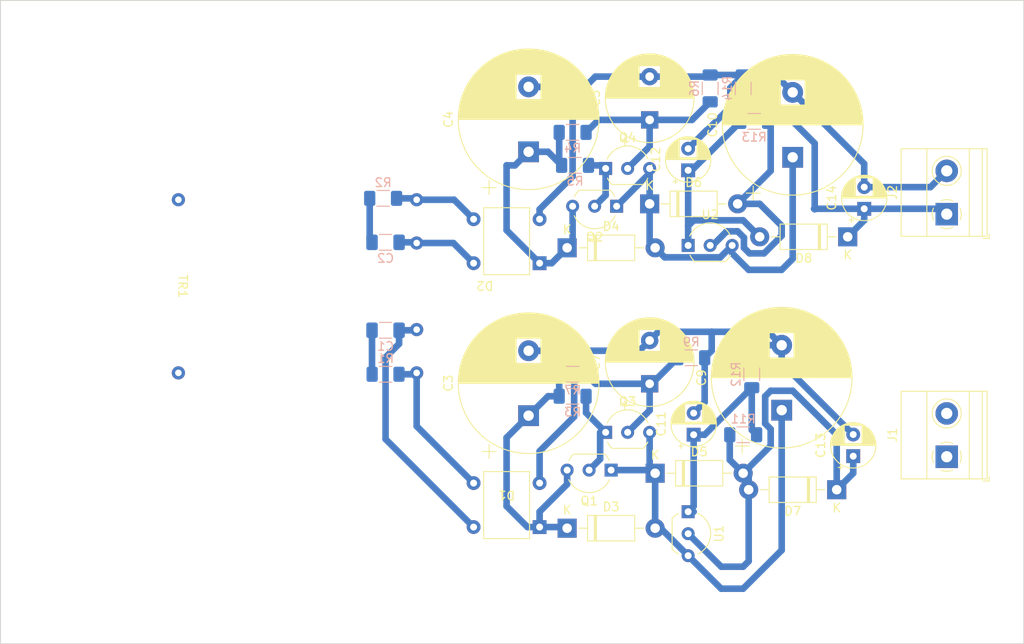
<source format=kicad_pcb>
(kicad_pcb (version 20211014) (generator pcbnew)
  (layers (0 "F.Cu" signal) (31 "B.Cu" signal) (34 "B.Paste" user) (35 "F.Paste" user) (36 "B.SilkS" user "B.Silkscreen") (37 "F.SilkS" user "F.Silkscreen") (38 "B.Mask" user) (39 "F.Mask" user) (44 "Edge.Cuts" user))
  (net 0 "")
  (net 1 "Net-(C1-Pad1)")
  (net 2 "Net-(C1-Pad2)")
  (net 3 "Net-(C2-Pad1)")
  (net 4 "Net-(C2-Pad2)")
  (net 5 "Net-(C3-Pad1)")
  (net 6 "Net-(C11-Pad2)")
  (net 7 "Net-(C4-Pad1)")
  (net 8 "Net-(C10-Pad2)")
  (net 9 "Net-(C5-Pad1)")
  (net 10 "Net-(C7-Pad1)")
  (net 11 "Net-(C9-Pad1)")
  (net 12 "Net-(C10-Pad1)")
  (net 13 "Net-(C11-Pad1)")
  (net 14 "Net-(C12-Pad1)")
  (net 15 "Net-(C13-Pad1)")
  (net 16 "Net-(C14-Pad1)")
  (net 17 "Net-(D1-Pad3)")
  (net 18 "Net-(D2-Pad3)")
  (net 19 "Net-(Q1-Pad2)")
  (net 20 "Net-(Q2-Pad2)")
  (footprint "Diode_THT:D_DO-41_SOD81_P10.16mm_Horizontal" (layer "F.Cu") (at 133.35 94.615 180)
    (fp_text reference "D7" (at 5.08 -2.47) (layer "F.SilkS"))
    (fp_text value "1N4004")
    (fp_text user "K" (at 0 -2.1) (layer "F.SilkS"))
    (pad "1" thru_hole rect (at 0 0 180) (size 2.2 2.2) (drill 1.1) (layers *.Cu *.Mask) (net 15 "Net-(C13-Pad1)"))
    (pad "2" thru_hole oval (at 10.16 0 180) (size 2.2 2.2) (drill 1.1) (layers *.Cu *.Mask) (net 13 "Net-(C11-Pad1)"))
  )
  (footprint "Capacitor_THT:CP_Radial_D10.0mm_P5.00mm" (layer "F.Cu") (at 111.76 51.897677 90)
    (fp_text reference "C5" (at 2.5 -6.25 90) (layer "F.SilkS"))
    (fp_text value "1000µ")
    (pad "1" thru_hole rect (at 0 0 90) (size 2 2) (drill 1) (layers *.Cu *.Mask) (net 9 "Net-(C5-Pad1)"))
    (pad "2" thru_hole circle (at 5 0 90) (size 2 2) (drill 1) (layers *.Cu *.Mask) (net 8 "Net-(C10-Pad2)"))
  )
  (footprint "TerminalBlock_Phoenix:TerminalBlock_Phoenix_MKDS-1,5-2_1x02_P5.00mm_Horizontal" (layer "F.Cu") (at 146.05 62.785 90)
    (fp_text reference "J2" (at 2.5 -6.26 90) (layer "F.SilkS"))
    (fp_text value "Screw_Terminal_01x02")
    (pad "1" thru_hole rect (at 0 0 90) (size 2.6 2.6) (drill 1.3) (layers *.Cu *.Mask) (net 16 "Net-(C14-Pad1)"))
    (pad "2" thru_hole circle (at 5 0 90) (size 2.6 2.6) (drill 1.3) (layers *.Cu *.Mask) (net 8 "Net-(C10-Pad2)"))
  )
  (footprint "Capacitor_THT:CP_Radial_D16.0mm_P7.50mm" (layer "F.Cu") (at 97.79 86.062755 90)
    (fp_text reference "C3" (at 3.75 -9.25 90) (layer "F.SilkS"))
    (fp_text value "2200µ")
    (pad "1" thru_hole rect (at 0 0 90) (size 2.4 2.4) (drill 1.2) (layers *.Cu *.Mask) (net 5 "Net-(C3-Pad1)"))
    (pad "2" thru_hole circle (at 7.5 0 90) (size 2.4 2.4) (drill 1.2) (layers *.Cu *.Mask) (net 6 "Net-(C11-Pad2)"))
  )
  (footprint "Package_TO_SOT_THT:TO-92_Inline_Wide" (layer "F.Cu") (at 106.68 57.51)
    (fp_text reference "Q4" (at 2.54 -3.56) (layer "F.SilkS"))
    (fp_text value "BC547")
    (pad "1" thru_hole rect (at 0 0) (size 1.5 1.5) (drill 0.8) (layers *.Cu *.Mask) (net 20 "Net-(Q2-Pad2)"))
    (pad "2" thru_hole circle (at 2.54 0) (size 1.5 1.5) (drill 0.8) (layers *.Cu *.Mask) (net 9 "Net-(C5-Pad1)"))
    (pad "3" thru_hole circle (at 5.08 0) (size 1.5 1.5) (drill 0.8) (layers *.Cu *.Mask) (net 12 "Net-(C10-Pad1)"))
  )
  (footprint "Capacitor_THT:CP_Radial_D5.0mm_P2.50mm" (layer "F.Cu") (at 135.255 90.740113 90)
    (fp_text reference "C13" (at 1.25 -3.75 90) (layer "F.SilkS"))
    (fp_text value "1µ")
    (pad "1" thru_hole rect (at 0 0 90) (size 1.6 1.6) (drill 0.8) (layers *.Cu *.Mask) (net 15 "Net-(C13-Pad1)"))
    (pad "2" thru_hole circle (at 2.5 0 90) (size 1.6 1.6) (drill 0.8) (layers *.Cu *.Mask) (net 6 "Net-(C11-Pad2)"))
  )
  (footprint "Package_TO_SOT_THT:TO-92_Inline_Wide" (layer "F.Cu") (at 107.315 92.35 180)
    (fp_text reference "Q1" (at 2.54 -3.56) (layer "F.SilkS"))
    (fp_text value "BC557")
    (pad "1" thru_hole rect (at 0 0 180) (size 1.5 1.5) (drill 0.8) (layers *.Cu *.Mask) (net 11 "Net-(C9-Pad1)"))
    (pad "2" thru_hole circle (at 2.54 0 180) (size 1.5 1.5) (drill 0.8) (layers *.Cu *.Mask) (net 19 "Net-(Q1-Pad2)"))
    (pad "3" thru_hole circle (at 5.08 0 180) (size 1.5 1.5) (drill 0.8) (layers *.Cu *.Mask) (net 5 "Net-(C3-Pad1)"))
  )
  (footprint "Package_TO_SOT_THT:TO-92_Inline_Wide" (layer "F.Cu") (at 116.205 66.4)
    (fp_text reference "U2" (at 2.54 -3.56) (layer "F.SilkS"))
    (fp_text value "LM317L")
    (pad "1" thru_hole rect (at 0 0) (size 1.5 1.5) (drill 0.8) (layers *.Cu *.Mask) (net 14 "Net-(C12-Pad1)"))
    (pad "2" thru_hole circle (at 2.54 0) (size 1.5 1.5) (drill 0.8) (layers *.Cu *.Mask) (net 16 "Net-(C14-Pad1)"))
    (pad "3" thru_hole circle (at 5.08 0) (size 1.5 1.5) (drill 0.8) (layers *.Cu *.Mask) (net 12 "Net-(C10-Pad1)"))
  )
  (footprint "Capacitor_THT:CP_Radial_D5.0mm_P2.50mm" (layer "F.Cu") (at 136.525 62.165113 90)
    (fp_text reference "C14" (at 1.25 -3.75 90) (layer "F.SilkS"))
    (fp_text value "1µ")
    (pad "1" thru_hole rect (at 0 0 90) (size 1.6 1.6) (drill 0.8) (layers *.Cu *.Mask) (net 16 "Net-(C14-Pad1)"))
    (pad "2" thru_hole circle (at 2.5 0 90) (size 1.6 1.6) (drill 0.8) (layers *.Cu *.Mask) (net 8 "Net-(C10-Pad2)"))
  )
  (footprint "Package_TO_SOT_THT:TO-92_Inline_Wide" (layer "F.Cu") (at 107.95 61.87 180)
    (fp_text reference "Q2" (at 2.54 -3.56) (layer "F.SilkS"))
    (fp_text value "BC557")
    (pad "1" thru_hole rect (at 0 0 180) (size 1.5 1.5) (drill 0.8) (layers *.Cu *.Mask) (net 12 "Net-(C10-Pad1)"))
    (pad "2" thru_hole circle (at 2.54 0 180) (size 1.5 1.5) (drill 0.8) (layers *.Cu *.Mask) (net 20 "Net-(Q2-Pad2)"))
    (pad "3" thru_hole circle (at 5.08 0 180) (size 1.5 1.5) (drill 0.8) (layers *.Cu *.Mask) (net 7 "Net-(C4-Pad1)"))
  )
  (footprint "Capacitor_THT:CP_Radial_D16.0mm_P7.50mm" (layer "F.Cu") (at 97.79 55.582755 90)
    (fp_text reference "C4" (at 3.75 -9.25 90) (layer "F.SilkS"))
    (fp_text value "2200µ")
    (pad "1" thru_hole rect (at 0 0 90) (size 2.4 2.4) (drill 1.2) (layers *.Cu *.Mask) (net 7 "Net-(C4-Pad1)"))
    (pad "2" thru_hole circle (at 7.5 0 90) (size 2.4 2.4) (drill 1.2) (layers *.Cu *.Mask) (net 8 "Net-(C10-Pad2)"))
  )
  (footprint "Capacitor_THT:CP_Radial_D5.0mm_P2.50mm" (layer "F.Cu") (at 116.205 57.720113 90)
    (fp_text reference "C12" (at 1.25 -3.75 90) (layer "F.SilkS"))
    (fp_text value "10µ")
    (pad "1" thru_hole rect (at 0 0 90) (size 1.6 1.6) (drill 0.8) (layers *.Cu *.Mask) (net 14 "Net-(C12-Pad1)"))
    (pad "2" thru_hole circle (at 2.5 0 90) (size 1.6 1.6) (drill 0.8) (layers *.Cu *.Mask) (net 8 "Net-(C10-Pad2)"))
  )
  (footprint "Diode_THT:D_DO-41_SOD81_P10.16mm_Horizontal" (layer "F.Cu") (at 134.62 65.405 180)
    (fp_text reference "D8" (at 5.08 -2.47) (layer "F.SilkS"))
    (fp_text value "1N4004")
    (fp_text user "K" (at 0 -2.1) (layer "F.SilkS"))
    (pad "1" thru_hole rect (at 0 0 180) (size 2.2 2.2) (drill 1.1) (layers *.Cu *.Mask) (net 16 "Net-(C14-Pad1)"))
    (pad "2" thru_hole oval (at 10.16 0 180) (size 2.2 2.2) (drill 1.1) (layers *.Cu *.Mask) (net 14 "Net-(C12-Pad1)"))
  )
  (footprint "MyFootPrints:DBL_4" (layer "F.Cu") (at 95.25 96.52 180)
    (fp_text reference "D1" (at 0 1.27 180 unlocked) (layer "F.SilkS"))
    (fp_text value "DBL154G")
    (pad "1" thru_hole rect (at -3.81 -2.41 180) (size 1.6 1.6) (drill 0.8) (layers *.Mask "F.Cu" "In1.Cu" "B.Cu") (net 5 "Net-(C3-Pad1)"))
    (pad "2" thru_hole oval (at -3.81 2.67 180) (size 1.6 1.6) (drill 0.8) (layers *.Cu *.Mask) (net 6 "Net-(C11-Pad2)"))
    (pad "3" thru_hole oval (at 3.81 2.67 180) (size 1.6 1.6) (drill 0.8) (layers *.Cu *.Mask) (net 17 "Net-(D1-Pad3)"))
    (pad "4" thru_hole oval (at 3.81 -2.41 180) (size 1.6 1.6) (drill 0.8) (layers *.Cu *.Mask) (net 2 "Net-(C1-Pad2)"))
  )
  (footprint "Capacitor_THT:CP_Radial_D16.0mm_P7.50mm" (layer "F.Cu") (at 127 85.427755 90)
    (fp_text reference "C9" (at 3.75 -9.25 90) (layer "F.SilkS"))
    (fp_text value "2200µ")
    (pad "1" thru_hole rect (at 0 0 90) (size 2.4 2.4) (drill 1.2) (layers *.Cu *.Mask) (net 11 "Net-(C9-Pad1)"))
    (pad "2" thru_hole circle (at 7.5 0 90) (size 2.4 2.4) (drill 1.2) (layers *.Cu *.Mask) (net 6 "Net-(C11-Pad2)"))
  )
  (footprint "Capacitor_THT:CP_Radial_D5.0mm_P2.50mm" (layer "F.Cu") (at 116.84 88.265 90)
    (fp_text reference "C11" (at 1.25 -3.75 90) (layer "F.SilkS"))
    (fp_text value "10µ")
    (pad "1" thru_hole rect (at 0 0 90) (size 1.6 1.6) (drill 0.8) (layers *.Cu *.Mask) (net 13 "Net-(C11-Pad1)"))
    (pad "2" thru_hole circle (at 2.5 0 90) (size 1.6 1.6) (drill 0.8) (layers *.Cu *.Mask) (net 6 "Net-(C11-Pad2)"))
  )
  (footprint "Capacitor_THT:CP_Radial_D10.0mm_P5.00mm" (layer "F.Cu") (at 111.76 82.377677 90)
    (fp_text reference "C7" (at 2.5 -6.25 90) (layer "F.SilkS"))
    (fp_text value "1000µ")
    (pad "1" thru_hole rect (at 0 0 90) (size 2 2) (drill 1) (layers *.Cu *.Mask) (net 10 "Net-(C7-Pad1)"))
    (pad "2" thru_hole circle (at 5 0 90) (size 2 2) (drill 1) (layers *.Cu *.Mask) (net 6 "Net-(C11-Pad2)"))
  )
  (footprint "MyFootPrints:387.24_3.6VA" (layer "F.Cu") (at 71.12 71.12 -90)
    (fp_text reference "TR1" (at 0 13.25 -90 unlocked) (layer "F.SilkS"))
    (fp_text value "Gerth_387.24")
    (pad "1" thru_hole circle (at -10 13.75 270) (size 1.524 1.524) (drill 0.762) (layers *.Cu *.Mask))
    (pad "5" thru_hole circle (at 10 13.75 270) (size 1.524 1.524) (drill 0.762) (layers *.Cu *.Mask))
    (pad "6" thru_hole circle (at 10 -13.75 270) (size 1.524 1.524) (drill 0.762) (layers *.Cu *.Mask) (net 17 "Net-(D1-Pad3)"))
    (pad "7" thru_hole circle (at 5 -13.75 270) (size 1.524 1.524) (drill 0.762) (layers *.Cu *.Mask) (net 2 "Net-(C1-Pad2)"))
    (pad "9" thru_hole circle (at -5 -13.75 270) (size 1.524 1.524) (drill 0.762) (layers *.Cu *.Mask) (net 4 "Net-(C2-Pad2)"))
    (pad "10" thru_hole circle (at -10 -13.75 270) (size 1.524 1.524) (drill 0.762) (layers *.Cu *.Mask) (net 18 "Net-(D2-Pad3)"))
  )
  (footprint "Diode_THT:D_DO-41_SOD81_P10.16mm_Horizontal" (layer "F.Cu") (at 102.235 99.06)
    (fp_text reference "D3" (at 5.08 -2.47) (layer "F.SilkS"))
    (fp_text value "1N4004")
    (fp_text user "K" (at 0 -2.1) (layer "F.SilkS"))
    (pad "1" thru_hole rect (at 0 0) (size 2.2 2.2) (drill 1.1) (layers *.Cu *.Mask) (net 5 "Net-(C3-Pad1)"))
    (pad "2" thru_hole oval (at 10.16 0) (size 2.2 2.2) (drill 1.1) (layers *.Cu *.Mask) (net 11 "Net-(C9-Pad1)"))
  )
  (footprint "Capacitor_THT:CP_Radial_D16.0mm_P7.50mm" (layer "F.Cu") (at 128.27 56.217755 90)
    (fp_text reference "C10" (at 3.75 -9.25 90) (layer "F.SilkS"))
    (fp_text value "2200µ")
    (pad "1" thru_hole rect (at 0 0 90) (size 2.4 2.4) (drill 1.2) (layers *.Cu *.Mask) (net 12 "Net-(C10-Pad1)"))
    (pad "2" thru_hole circle (at 7.5 0 90) (size 2.4 2.4) (drill 1.2) (layers *.Cu *.Mask) (net 8 "Net-(C10-Pad2)"))
  )
  (footprint "Package_TO_SOT_THT:TO-92_Inline_Wide" (layer "F.Cu") (at 116.205 97.155 -90)
    (fp_text reference "U1" (at 2.54 -3.56 90) (layer "F.SilkS"))
    (fp_text value "LM317L")
    (pad "1" thru_hole rect (at 0 0 270) (size 1.5 1.5) (drill 0.8) (layers *.Cu *.Mask) (net 13 "Net-(C11-Pad1)"))
    (pad "2" thru_hole circle (at 2.54 0 270) (size 1.5 1.5) (drill 0.8) (layers *.Cu *.Mask) (net 15 "Net-(C13-Pad1)"))
    (pad "3" thru_hole circle (at 5.08 0 270) (size 1.5 1.5) (drill 0.8) (layers *.Cu *.Mask) (net 11 "Net-(C9-Pad1)"))
  )
  (footprint "Diode_THT:D_DO-41_SOD81_P10.16mm_Horizontal" (layer "F.Cu") (at 112.395 92.71)
    (fp_text reference "D5" (at 5.08 -2.47) (layer "F.SilkS"))
    (fp_text value "1N4004")
    (fp_text user "K" (at 0 -2.1) (layer "F.SilkS"))
    (pad "1" thru_hole rect (at 0 0) (size 2.2 2.2) (drill 1.1) (layers *.Cu *.Mask) (net 11 "Net-(C9-Pad1)"))
    (pad "2" thru_hole oval (at 10.16 0) (size 2.2 2.2) (drill 1.1) (layers *.Cu *.Mask) (net 15 "Net-(C13-Pad1)"))
  )
  (footprint "MyFootPrints:DBL_4" (layer "F.Cu") (at 95.25 66.04 180)
    (fp_text reference "D2" (at 2.5 -5 180 unlocked) (layer "F.SilkS"))
    (fp_text value "DBL154G")
    (pad "1" thru_hole rect (at -3.81 -2.41 180) (size 1.6 1.6) (drill 0.8) (layers *.Mask "F.Cu" "In1.Cu" "B.Cu") (net 7 "Net-(C4-Pad1)"))
    (pad "2" thru_hole oval (at -3.81 2.67 180) (size 1.6 1.6) (drill 0.8) (layers *.Cu *.Mask) (net 8 "Net-(C10-Pad2)"))
    (pad "3" thru_hole oval (at 3.81 2.67 180) (size 1.6 1.6) (drill 0.8) (layers *.Cu *.Mask) (net 18 "Net-(D2-Pad3)"))
    (pad "4" thru_hole oval (at 3.81 -2.41 180) (size 1.6 1.6) (drill 0.8) (layers *.Cu *.Mask) (net 4 "Net-(C2-Pad2)"))
  )
  (footprint "Package_TO_SOT_THT:TO-92_Inline_Wide" (layer "F.Cu") (at 106.68 87.99)
    (fp_text reference "Q3" (at 2.54 -3.56) (layer "F.SilkS"))
    (fp_text value "BC547")
    (pad "1" thru_hole rect (at 0 0) (size 1.5 1.5) (drill 0.8) (layers *.Cu *.Mask) (net 19 "Net-(Q1-Pad2)"))
    (pad "2" thru_hole circle (at 2.54 0) (size 1.5 1.5) (drill 0.8) (layers *.Cu *.Mask) (net 10 "Net-(C7-Pad1)"))
    (pad "3" thru_hole circle (at 5.08 0) (size 1.5 1.5) (drill 0.8) (layers *.Cu *.Mask) (net 11 "Net-(C9-Pad1)"))
  )
  (footprint "Diode_THT:D_DO-41_SOD81_P10.16mm_Horizontal" (layer "F.Cu") (at 111.76 61.595)
    (fp_text reference "D6" (at 5.08 -2.47) (layer "F.SilkS"))
    (fp_text value "1N4004")
    (fp_text user "K" (at 0 -2.1) (layer "F.SilkS"))
    (pad "1" thru_hole rect (at 0 0) (size 2.2 2.2) (drill 1.1) (layers *.Cu *.Mask) (net 12 "Net-(C10-Pad1)"))
    (pad "2" thru_hole oval (at 10.16 0) (size 2.2 2.2) (drill 1.1) (layers *.Cu *.Mask) (net 16 "Net-(C14-Pad1)"))
  )
  (footprint "TerminalBlock_Phoenix:TerminalBlock_Phoenix_MKDS-1,5-2_1x02_P5.00mm_Horizontal" (layer "F.Cu") (at 146.05 90.805 90)
    (fp_text reference "J1" (at 2.5 -6.26 90) (layer "F.SilkS"))
    (fp_text value "Screw_Terminal_01x02")
    (pad "1" thru_hole rect (at 0 0 90) (size 2.6 2.6) (drill 1.3) (layers *.Cu *.Mask) (net 15 "Net-(C13-Pad1)"))
    (pad "2" thru_hole circle (at 5 0 90) (size 2.6 2.6) (drill 1.3) (layers *.Cu *.Mask) (net 6 "Net-(C11-Pad2)"))
  )
  (footprint "Diode_THT:D_DO-41_SOD81_P10.16mm_Horizontal" (layer "F.Cu") (at 102.235 66.675)
    (fp_text reference "D4" (at 5.08 -2.47) (layer "F.SilkS"))
    (fp_text value "1N4004")
    (fp_text user "K" (at 0 -2.1) (layer "F.SilkS"))
    (pad "1" thru_hole rect (at 0 0) (size 2.2 2.2) (drill 1.1) (layers *.Cu *.Mask) (net 7 "Net-(C4-Pad1)"))
    (pad "2" thru_hole oval (at 10.16 0) (size 2.2 2.2) (drill 1.1) (layers *.Cu *.Mask) (net 12 "Net-(C10-Pad1)"))
  )
  (footprint "Resistor_SMD:R_1206_3216Metric_Pad1.30x1.75mm_HandSolder" (layer "B.Cu") (at 118.745 48.26 -90)
    (fp_text reference "R6" (at 0 1.82 -270) (layer "B.SilkS") (effects (justify mirror)))
    (fp_text value "39k")
    (pad "1" smd roundrect (at -1.55 0 270) (size 1.3 1.75) (layers "B.Cu" "B.Paste" "B.Mask") (roundrect_rratio 0.192308) (net 8 "Net-(C10-Pad2)"))
    (pad "2" smd roundrect (at 1.55 0 270) (size 1.3 1.75) (layers "B.Cu" "B.Paste" "B.Mask") (roundrect_rratio 0.192308) (net 9 "Net-(C5-Pad1)"))
  )
  (footprint "Resistor_SMD:R_1206_3216Metric_Pad1.30x1.75mm_HandSolder" (layer "B.Cu") (at 102.87 53.34)
    (fp_text reference "R4" (at 0 1.82) (layer "B.SilkS") (effects (justify mirror)))
    (fp_text value "10k")
    (pad "1" smd roundrect (at -1.55 0) (size 1.3 1.75) (layers "B.Cu" "B.Paste" "B.Mask") (roundrect_rratio 0.192308) (net 7 "Net-(C4-Pad1)"))
    (pad "2" smd roundrect (at 1.55 0) (size 1.3 1.75) (layers "B.Cu" "B.Paste" "B.Mask") (roundrect_rratio 0.192308) (net 9 "Net-(C5-Pad1)"))
  )
  (footprint "Capacitor_SMD:C_1206_3216Metric_Pad1.33x1.80mm_HandSolder" (layer "B.Cu") (at 81.28 66.04)
    (fp_text reference "C2" (at 0 1.85) (layer "B.SilkS") (effects (justify mirror)))
    (fp_text value "0.1µ")
    (pad "1" smd roundrect (at -1.5625 0) (size 1.325 1.8) (layers "B.Cu" "B.Paste" "B.Mask") (roundrect_rratio 0.188679) (net 3 "Net-(C2-Pad1)"))
    (pad "2" smd roundrect (at 1.5625 0) (size 1.325 1.8) (layers "B.Cu" "B.Paste" "B.Mask") (roundrect_rratio 0.188679) (net 4 "Net-(C2-Pad2)"))
  )
  (footprint "Resistor_SMD:R_1206_3216Metric_Pad1.30x1.75mm_HandSolder" (layer "B.Cu") (at 123.545 81.28 -90)
    (fp_text reference "R12" (at 0 1.82 90) (layer "B.SilkS") (effects (justify mirror)))
    (fp_text value "33k")
    (pad "1" smd roundrect (at -1.55 0 270) (size 1.3 1.75) (layers "B.Cu" "B.Paste" "B.Mask") (roundrect_rratio 0.192308) (net 6 "Net-(C11-Pad2)"))
    (pad "2" smd roundrect (at 1.55 0 270) (size 1.3 1.75) (layers "B.Cu" "B.Paste" "B.Mask") (roundrect_rratio 0.192308) (net 13 "Net-(C11-Pad1)"))
  )
  (footprint "Resistor_SMD:R_1206_3216Metric_Pad1.30x1.75mm_HandSolder" (layer "B.Cu") (at 123.825 52.07)
    (fp_text reference "R13" (at 0 1.82) (layer "B.SilkS") (effects (justify mirror)))
    (fp_text value "220")
    (pad "1" smd roundrect (at -1.55 0) (size 1.3 1.75) (layers "B.Cu" "B.Paste" "B.Mask") (roundrect_rratio 0.192308) (net 14 "Net-(C12-Pad1)"))
    (pad "2" smd roundrect (at 1.55 0) (size 1.3 1.75) (layers "B.Cu" "B.Paste" "B.Mask") (roundrect_rratio 0.192308) (net 16 "Net-(C14-Pad1)"))
  )
  (footprint "Resistor_SMD:R_1206_3216Metric_Pad1.30x1.75mm_HandSolder" (layer "B.Cu") (at 102.87 81.28)
    (fp_text reference "R7" (at 0 1.82) (layer "B.SilkS") (effects (justify mirror)))
    (fp_text value "10k")
    (pad "1" smd roundrect (at -1.55 0) (size 1.3 1.75) (layers "B.Cu" "B.Paste" "B.Mask") (roundrect_rratio 0.192308) (net 5 "Net-(C3-Pad1)"))
    (pad "2" smd roundrect (at 1.55 0) (size 1.3 1.75) (layers "B.Cu" "B.Paste" "B.Mask") (roundrect_rratio 0.192308) (net 10 "Net-(C7-Pad1)"))
  )
  (footprint "Resistor_SMD:R_1206_3216Metric_Pad1.30x1.75mm_HandSolder" (layer "B.Cu") (at 81 60.96 180)
    (fp_text reference "R2" (at 0 1.82) (layer "B.SilkS") (effects (justify mirror)))
    (fp_text value "100")
    (pad "1" smd roundrect (at -1.55 0 180) (size 1.3 1.75) (layers "B.Cu" "B.Paste" "B.Mask") (roundrect_rratio 0.192308) (net 18 "Net-(D2-Pad3)"))
    (pad "2" smd roundrect (at 1.55 0 180) (size 1.3 1.75) (layers "B.Cu" "B.Paste" "B.Mask") (roundrect_rratio 0.192308) (net 3 "Net-(C2-Pad1)"))
  )
  (footprint "Resistor_SMD:R_1206_3216Metric_Pad1.30x1.75mm_HandSolder" (layer "B.Cu") (at 103.15 57.15)
    (fp_text reference "R5" (at 0 1.82) (layer "B.SilkS") (effects (justify mirror)))
    (fp_text value "2k2")
    (pad "1" smd roundrect (at -1.55 0) (size 1.3 1.75) (layers "B.Cu" "B.Paste" "B.Mask") (roundrect_rratio 0.192308) (net 7 "Net-(C4-Pad1)"))
    (pad "2" smd roundrect (at 1.55 0) (size 1.3 1.75) (layers "B.Cu" "B.Paste" "B.Mask") (roundrect_rratio 0.192308) (net 20 "Net-(Q2-Pad2)"))
  )
  (footprint "Capacitor_SMD:C_1206_3216Metric_Pad1.33x1.80mm_HandSolder" (layer "B.Cu") (at 81.28 76.2)
    (fp_text reference "C1" (at 0 1.85) (layer "B.SilkS") (effects (justify mirror)))
    (fp_text value "0.1µ")
    (pad "1" smd roundrect (at -1.5625 0) (size 1.325 1.8) (layers "B.Cu" "B.Paste" "B.Mask") (roundrect_rratio 0.188679) (net 1 "Net-(C1-Pad1)"))
    (pad "2" smd roundrect (at 1.5625 0) (size 1.325 1.8) (layers "B.Cu" "B.Paste" "B.Mask") (roundrect_rratio 0.188679) (net 2 "Net-(C1-Pad2)"))
  )
  (footprint "Resistor_SMD:R_1206_3216Metric_Pad1.30x1.75mm_HandSolder" (layer "B.Cu") (at 81.28 81.28 180)
    (fp_text reference "R1" (at 0 1.82) (layer "B.SilkS") (effects (justify mirror)))
    (fp_text value "100")
    (pad "1" smd roundrect (at -1.55 0 180) (size 1.3 1.75) (layers "B.Cu" "B.Paste" "B.Mask") (roundrect_rratio 0.192308) (net 17 "Net-(D1-Pad3)"))
    (pad "2" smd roundrect (at 1.55 0 180) (size 1.3 1.75) (layers "B.Cu" "B.Paste" "B.Mask") (roundrect_rratio 0.192308) (net 1 "Net-(C1-Pad1)"))
  )
  (footprint "Resistor_SMD:R_1206_3216Metric_Pad1.30x1.75mm_HandSolder" (layer "B.Cu") (at 122.555 48.26 -90)
    (fp_text reference "R14" (at 0 1.82 90) (layer "B.SilkS") (effects (justify mirror)))
    (fp_text value "33k")
    (pad "1" smd roundrect (at -1.55 0 270) (size 1.3 1.75) (layers "B.Cu" "B.Paste" "B.Mask") (roundrect_rratio 0.192308) (net 8 "Net-(C10-Pad2)"))
    (pad "2" smd roundrect (at 1.55 0 270) (size 1.3 1.75) (layers "B.Cu" "B.Paste" "B.Mask") (roundrect_rratio 0.192308) (net 14 "Net-(C12-Pad1)"))
  )
  (footprint "Resistor_SMD:R_1206_3216Metric_Pad1.30x1.75mm_HandSolder" (layer "B.Cu") (at 102.87 83.82)
    (fp_text reference "R3" (at 0 1.82) (layer "B.SilkS") (effects (justify mirror)))
    (fp_text value "2K2")
    (pad "1" smd roundrect (at -1.55 0) (size 1.3 1.75) (layers "B.Cu" "B.Paste" "B.Mask") (roundrect_rratio 0.192308) (net 5 "Net-(C3-Pad1)"))
    (pad "2" smd roundrect (at 1.55 0) (size 1.3 1.75) (layers "B.Cu" "B.Paste" "B.Mask") (roundrect_rratio 0.192308) (net 19 "Net-(Q1-Pad2)"))
  )
  (footprint "Resistor_SMD:R_1206_3216Metric_Pad1.30x1.75mm_HandSolder" (layer "B.Cu") (at 122.555 88.265 180)
    (fp_text reference "R11" (at 0 1.82) (layer "B.SilkS") (effects (justify mirror)))
    (fp_text value "220")
    (pad "1" smd roundrect (at -1.55 0 180) (size 1.3 1.75) (layers "B.Cu" "B.Paste" "B.Mask") (roundrect_rratio 0.192308) (net 13 "Net-(C11-Pad1)"))
    (pad "2" smd roundrect (at 1.55 0 180) (size 1.3 1.75) (layers "B.Cu" "B.Paste" "B.Mask") (roundrect_rratio 0.192308) (net 15 "Net-(C13-Pad1)"))
  )
  (footprint "Resistor_SMD:R_1206_3216Metric_Pad1.30x1.75mm_HandSolder" (layer "B.Cu") (at 116.56 79.375 180)
    (fp_text reference "R9" (at 0 1.82) (layer "B.SilkS") (effects (justify mirror)))
    (fp_text value "39k")
    (pad "1" smd roundrect (at -1.55 0 180) (size 1.3 1.75) (layers "B.Cu" "B.Paste" "B.Mask") (roundrect_rratio 0.192308) (net 6 "Net-(C11-Pad2)"))
    (pad "2" smd roundrect (at 1.55 0 180) (size 1.3 1.75) (layers "B.Cu" "B.Paste" "B.Mask") (roundrect_rratio 0.192308) (net 10 "Net-(C7-Pad1)"))
  )
  (gr_rect (start 36.83 38.1) (end 154.94 112.395) (layer "Edge.Cuts") (width 0.1) (fill none))
  (segment (start 79.7175 76.2) (end 79.7175 81.2675) (width 0.762) (layer "B.Cu") (net 1))
  (segment (start 79.7175 81.2675) (end 79.73 81.28) (width 0.762) (layer "B.Cu") (net 1))
  (segment (start 82.8425 76.2) (end 82.8425 77.7625) (width 0.762) (layer "B.Cu") (net 2))
  (segment (start 82.8425 77.7625) (end 81.28 79.325) (width 0.762) (layer "B.Cu") (net 2))
  (segment (start 82.8425 76.2) (end 84.79 76.2) (width 0.762) (layer "B.Cu") (net 2))
  (segment (start 84.79 76.2) (end 84.87 76.12) (width 0.762) (layer "B.Cu") (net 2))
  (segment (start 81.28 88.77) (end 91.44 98.93) (width 0.762) (layer "B.Cu") (net 2))
  (segment (start 81.28 79.325) (end 81.28 88.77) (width 0.762) (layer "B.Cu") (net 2))
  (segment (start 79.45 60.96) (end 79.45 65.7725) (width 0.762) (layer "B.Cu") (net 3))
  (segment (start 79.45 65.7725) (end 79.7175 66.04) (width 0.762) (layer "B.Cu") (net 3))
  (segment (start 84.87 66.12) (end 89.11 66.12) (width 0.762) (layer "B.Cu") (net 4))
  (segment (start 82.8425 66.04) (end 84.79 66.04) (width 0.762) (layer "B.Cu") (net 4))
  (segment (start 89.11 66.12) (end 91.44 68.45) (width 0.762) (layer "B.Cu") (net 4))
  (segment (start 84.79 66.04) (end 84.87 66.12) (width 0.762) (layer "B.Cu") (net 4))
  (segment (start 95.25 88.602755) (end 95.25 96.52) (width 0.762) (layer "B.Cu") (net 5))
  (segment (start 101.32 83.82) (end 100.032755 83.82) (width 0.762) (layer "B.Cu") (net 5))
  (segment (start 102.105 98.93) (end 102.235 99.06) (width 0.762) (layer "B.Cu") (net 5))
  (segment (start 97.66 98.93) (end 99.06 98.93) (width 0.762) (layer "B.Cu") (net 5))
  (segment (start 99.06 97.155) (end 102.235 93.98) (width 0.762) (layer "B.Cu") (net 5))
  (segment (start 101.32 81.28) (end 101.32 83.82) (width 0.762) (layer "B.Cu") (net 5))
  (segment (start 99.06 98.93) (end 99.06 97.155) (width 0.762) (layer "B.Cu") (net 5))
  (segment (start 97.79 86.062755) (end 95.25 88.602755) (width 0.762) (layer "B.Cu") (net 5))
  (segment (start 99.06 98.93) (end 102.105 98.93) (width 0.762) (layer "B.Cu") (net 5))
  (segment (start 95.25 96.52) (end 97.66 98.93) (width 0.762) (layer "B.Cu") (net 5))
  (segment (start 102.235 93.98) (end 102.235 92.35) (width 0.762) (layer "B.Cu") (net 5))
  (segment (start 100.032755 83.82) (end 97.79 86.062755) (width 0.762) (layer "B.Cu") (net 5))
  (segment (start 97.79 78.562755) (end 103.047245 78.562755) (width 0.762) (layer "B.Cu") (net 6))
  (segment (start 118.11 79.375) (end 118.11 84.495) (width 0.762) (layer "B.Cu") (net 6))
  (segment (start 118.11 79.375) (end 118.922677 78.562323) (width 0.762) (layer "B.Cu") (net 6))
  (segment (start 127 77.927755) (end 127 79.985113) (width 0.762) (layer "B.Cu") (net 6))
  (segment (start 112.76 76.377677) (end 118.922677 76.377677) (width 0.762) (layer "B.Cu") (net 6))
  (segment (start 103.047245 78.562755) (end 110.574922 78.562755) (width 0.762) (layer "B.Cu") (net 6))
  (segment (start 118.922677 76.377677) (end 125.449922 76.377677) (width 0.762) (layer "B.Cu") (net 6))
  (segment (start 118.11 84.495) (end 116.84 85.765) (width 0.762) (layer "B.Cu") (net 6))
  (segment (start 110.574922 78.562755) (end 111.76 77.377677) (width 0.762) (layer "B.Cu") (net 6))
  (segment (start 127 79.985113) (end 135.255 88.240113) (width 0.762) (layer "B.Cu") (net 6))
  (segment (start 125.449922 76.377677) (end 127 77.927755) (width 0.762) (layer "B.Cu") (net 6))
  (segment (start 125.347245 77.927755) (end 123.545 79.73) (width 0.762) (layer "B.Cu") (net 6))
  (segment (start 111.76 77.377677) (end 112.76 76.377677) (width 0.762) (layer "B.Cu") (net 6))
  (segment (start 127 77.927755) (end 125.347245 77.927755) (width 0.762) (layer "B.Cu") (net 6))
  (segment (start 103.047245 86.182755) (end 99.06 90.17) (width 0.762) (layer "B.Cu") (net 6))
  (segment (start 99.06 90.17) (end 99.06 93.85) (width 0.762) (layer "B.Cu") (net 6))
  (segment (start 118.922677 78.562323) (end 118.922677 76.377677) (width 0.762) (layer "B.Cu") (net 6))
  (segment (start 103.047245 78.562755) (end 103.047245 86.182755) (width 0.762) (layer "B.Cu") (net 6))
  (segment (start 101.32 56.87) (end 101.6 57.15) (width 0.762) (layer "B.Cu") (net 7))
  (segment (start 101.32 53.34) (end 101.32 56.87) (width 0.762) (layer "B.Cu") (net 7))
  (segment (start 100.46 68.45) (end 102.235 66.675) (width 0.762) (layer "B.Cu") (net 7))
  (segment (start 96.222755 57.15) (end 95.25 57.15) (width 0.762) (layer "B.Cu") (net 7))
  (segment (start 97.79 55.582755) (end 96.222755 57.15) (width 0.762) (layer "B.Cu") (net 7))
  (segment (start 95.25 64.64) (end 99.06 68.45) (width 0.762) (layer "B.Cu") (net 7))
  (segment (start 97.79 55.582755) (end 100.032755 55.582755) (width 0.762) (layer "B.Cu") (net 7))
  (segment (start 95.25 57.15) (end 95.25 64.64) (width 0.762) (layer "B.Cu") (net 7))
  (segment (start 99.06 68.45) (end 100.46 68.45) (width 0.762) (layer "B.Cu") (net 7))
  (segment (start 100.032755 55.582755) (end 101.6 57.15) (width 0.762) (layer "B.Cu") (net 7))
  (segment (start 102.87 61.87) (end 102.87 66.04) (width 0.762) (layer "B.Cu") (net 7))
  (segment (start 102.87 66.04) (end 102.235 66.675) (width 0.762) (layer "B.Cu") (net 7))
  (segment (start 136.525 59.665113) (end 144.169887 59.665113) (width 0.762) (layer "B.Cu") (net 8))
  (segment (start 116.205 55.220113) (end 118.325113 53.1) (width 0.762) (layer "B.Cu") (net 8))
  (segment (start 118.325113 53.1) (end 118.39 53.1) (width 0.762) (layer "B.Cu") (net 8))
  (segment (start 121.0704 48.1946) (end 122.555 46.71) (width 0.762) (layer "B.Cu") (net 8))
  (segment (start 136.525 56.972755) (end 136.525 59.665113) (width 0.762) (layer "B.Cu") (net 8))
  (segment (start 118.745 46.71) (end 122.555 46.71) (width 0.762) (layer "B.Cu") (net 8))
  (segment (start 121.0704 50.4196) (end 121.0704 48.1946) (width 0.762) (layer "B.Cu") (net 8))
  (segment (start 126.262245 46.71) (end 128.27 48.717755) (width 0.762) (layer "B.Cu") (net 8))
  (segment (start 128.27 48.717755) (end 136.525 56.972755) (width 0.762) (layer "B.Cu") (net 8))
  (segment (start 97.79 48.082755) (end 101.422755 48.082755) (width 0.762) (layer "B.Cu") (net 8))
  (segment (start 102.87 49.53) (end 102.87 58.42) (width 0.762) (layer "B.Cu") (net 8))
  (segment (start 99.06 62.23) (end 99.06 63.37) (width 0.762) (layer "B.Cu") (net 8))
  (segment (start 105.502323 46.897677) (end 111.76 46.897677) (width 0.762) (layer "B.Cu") (net 8))
  (segment (start 102.87 58.42) (end 99.06 62.23) (width 0.762) (layer "B.Cu") (net 8))
  (segment (start 111.76 46.897677) (end 118.557323 46.897677) (width 0.762) (layer "B.Cu") (net 8))
  (segment (start 144.169887 59.665113) (end 146.05 57.785) (width 0.762) (layer "B.Cu") (net 8))
  (segment (start 118.39 53.1) (end 121.0704 50.4196) (width 0.762) (layer "B.Cu") (net 8))
  (segment (start 122.555 46.71) (end 126.262245 46.71) (width 0.762) (layer "B.Cu") (net 8))
  (segment (start 102.87 49.53) (end 105.502323 46.897677) (width 0.762) (layer "B.Cu") (net 8))
  (segment (start 101.422755 48.082755) (end 102.87 49.53) (width 0.762) (layer "B.Cu") (net 8))
  (segment (start 118.557323 46.897677) (end 118.745 46.71) (width 0.762) (layer "B.Cu") (net 8))
  (segment (start 104.42 53.34) (end 105.862323 51.897677) (width 0.762) (layer "B.Cu") (net 9))
  (segment (start 111.76 51.897677) (end 116.657323 51.897677) (width 0.762) (layer "B.Cu") (net 9))
  (segment (start 111.76 54.97) (end 109.22 57.51) (width 0.762) (layer "B.Cu") (net 9))
  (segment (start 116.657323 51.897677) (end 118.745 49.81) (width 0.762) (layer "B.Cu") (net 9))
  (segment (start 111.76 51.897677) (end 111.76 54.97) (width 0.762) (layer "B.Cu") (net 9))
  (segment (start 105.862323 51.897677) (end 111.76 51.897677) (width 0.762) (layer "B.Cu") (net 9))
  (segment (start 111.76 85.45) (end 109.22 87.99) (width 0.762) (layer "B.Cu") (net 10))
  (segment (start 105.517677 82.377677) (end 111.76 82.377677) (width 0.762) (layer "B.Cu") (net 10))
  (segment (start 112.007323 82.377677) (end 115.01 79.375) (width 0.762) (layer "B.Cu") (net 10))
  (segment (start 104.42 81.28) (end 105.517677 82.377677) (width 0.762) (layer "B.Cu") (net 10))
  (segment (start 111.76 82.377677) (end 111.76 85.45) (width 0.762) (layer "B.Cu") (net 10))
  (segment (start 111.76 82.377677) (end 112.007323 82.377677) (width 0.762) (layer "B.Cu") (net 10))
  (segment (start 111.76 87.99) (end 111.76 92.075) (width 0.762) (layer "B.Cu") (net 11))
  (segment (start 112.395 99.06) (end 113.03 99.06) (width 0.762) (layer "B.Cu") (net 11))
  (segment (start 111.76 92.075) (end 112.395 92.71) (width 0.762) (layer "B.Cu") (net 11))
  (segment (start 122.555 106.045) (end 120.015 106.045) (width 0.762) (layer "B.Cu") (net 11))
  (segment (start 120.015 106.045) (end 116.205 102.235) (width 0.762) (layer "B.Cu") (net 11))
  (segment (start 127 85.427755) (end 127 101.6) (width 0.762) (layer "B.Cu") (net 11))
  (segment (start 127 101.6) (end 122.555 106.045) (width 0.762) (layer "B.Cu") (net 11))
  (segment (start 107.315 92.35) (end 112.035 92.35) (width 0.762) (layer "B.Cu") (net 11))
  (segment (start 112.035 92.35) (end 112.395 92.71) (width 0.762) (layer "B.Cu") (net 11))
  (segment (start 113.03 99.06) (end 116.205 102.235) (width 0.762) (layer "B.Cu") (net 11))
  (segment (start 112.395 92.71) (end 112.395 99.06) (width 0.762) (layer "B.Cu") (net 11))
  (segment (start 111.76 57.51) (end 111.76 61.595) (width 0.762) (layer "B.Cu") (net 12))
  (segment (start 111.76 57.51) (end 111.76 58.06) (width 0.762) (layer "B.Cu") (net 12))
  (segment (start 111.76 58.06) (end 107.95 61.87) (width 0.762) (layer "B.Cu") (net 12))
  (segment (start 121.285 66.4) (end 121.285 67.31) (width 0.762) (layer "B.Cu") (net 12))
  (segment (start 127 69.215) (end 128.27 67.945) (width 0.762) (layer "B.Cu") (net 12))
  (segment (start 112.395 66.675) (end 113.494999 67.774999) (width 0.762) (layer "B.Cu") (net 12))
  (segment (start 121.285 67.31) (end 123.19 69.215) (width 0.762) (layer "B.Cu") (net 12))
  (segment (start 119.910001 67.774999) (end 121.285 66.4) (width 0.762) (layer "B.Cu") (net 12))
  (segment (start 123.19 69.215) (end 127 69.215) (width 0.762) (layer "B.Cu") (net 12))
  (segment (start 112.395 66.675) (end 113.03 66.675) (width 0.762) (layer "B.Cu") (net 12))
  (segment (start 113.494999 67.774999) (end 119.910001 67.774999) (width 0.762) (layer "B.Cu") (net 12))
  (segment (start 128.27 67.945) (end 128.27 56.217755) (width 0.762) (layer "B.Cu") (net 12))
  (segment (start 111.76 61.595) (end 111.76 66.04) (width 0.762) (layer "B.Cu") (net 12))
  (segment (start 111.76 66.04) (end 112.395 66.675) (width 0.762) (layer "B.Cu") (net 12))
  (segment (start 116.84 96.52) (end 116.205 97.155) (width 0.762) (layer "B.Cu") (net 13))
  (segment (start 123.545 82.83) (end 118.11 88.265) (width 0.762) (layer "B.Cu") (net 13))
  (segment (start 116.205 97.155) (end 116.84 97.155) (width 0.762) (layer "B.Cu") (net 13))
  (segment (start 118.11 88.265) (end 116.84 88.265) (width 0.762) (layer "B.Cu") (net 13))
  (segment (start 123.545 87.705) (end 124.105 88.265) (width 0.762) (layer "B.Cu") (net 13))
  (segment (start 116.84 88.265) (end 116.84 96.52) (width 0.762) (layer "B.Cu") (net 13))
  (segment (start 123.545 82.83) (end 123.545 87.705) (width 0.762) (layer "B.Cu") (net 13))
  (segment (start 124.46 65.405) (end 122.555 63.5) (width 0.762) (layer "B.Cu") (net 14))
  (segment (start 116.205 64.135) (end 116.205 66.4) (width 0.762) (layer "B.Cu") (net 14))
  (segment (start 116.205 57.720113) (end 116.205 64.135) (width 0.762) (layer "B.Cu") (net 14))
  (segment (start 116.624887 57.720113) (end 122.275 52.07) (width 0.762) (layer "B.Cu") (net 14))
  (segment (start 116.205 57.720113) (end 116.624887 57.720113) (width 0.762) (layer "B.Cu") (net 14))
  (segment (start 122.555 63.5) (end 116.84 63.5) (width 0.762) (layer "B.Cu") (net 14))
  (segment (start 122.555 51.79) (end 122.275 52.07) (width 0.762) (layer "B.Cu") (net 14))
  (segment (start 122.555 49.81) (end 122.555 51.79) (width 0.762) (layer "B.Cu") (net 14))
  (segment (start 116.84 63.5) (end 116.205 64.135) (width 0.762) (layer "B.Cu") (net 14))
  (segment (start 128.27 83.185) (end 133.35 88.265) (width 0.762) (layer "B.Cu") (net 15))
  (segment (start 123.19 102.87) (end 123.19 93.345) (width 0.762) (layer "B.Cu") (net 15))
  (segment (start 135.255 90.740113) (end 135.255 92.71) (width 0.762) (layer "B.Cu") (net 15))
  (segment (start 125.095 86.978421) (end 125.095 83.82) (width 0.762) (layer "B.Cu") (net 15))
  (segment (start 125.73 87.613421) (end 125.095 86.978421) (width 0.762) (layer "B.Cu") (net 15))
  (segment (start 125.73 83.185) (end 128.27 83.185) (width 0.762) (layer "B.Cu") (net 15))
  (segment (start 125.095 83.82) (end 125.73 83.185) (width 0.762) (layer "B.Cu") (net 15))
  (segment (start 122.555 103.505) (end 123.19 102.87) (width 0.762) (layer "B.Cu") (net 15))
  (segment (start 120.015 103.505) (end 122.555 103.505) (width 0.762) (layer "B.Cu") (net 15))
  (segment (start 135.255 92.71) (end 133.35 94.615) (width 0.762) (layer "B.Cu") (net 15))
  (segment (start 122.555 92.71) (end 125.73 89.535) (width 0.762) (layer "B.Cu") (net 15))
  (segment (start 133.35 88.265) (end 133.35 94.615) (width 0.762) (layer "B.Cu") (net 15))
  (segment (start 121.005 91.16) (end 122.555 92.71) (width 0.762) (layer "B.Cu") (net 15))
  (segment (start 121.005 88.265) (end 121.005 91.16) (width 0.762) (layer "B.Cu") (net 15))
  (segment (start 125.73 89.535) (end 125.73 87.613421) (width 0.762) (layer "B.Cu") (net 15))
  (segment (start 123.19 93.345) (end 122.555 92.71) (width 0.762) (layer "B.Cu") (net 15))
  (segment (start 116.205 99.695) (end 120.015 103.505) (width 0.762) (layer "B.Cu") (net 15))
  (segment (start 121.92 61.595) (end 125.73 57.785) (width 0.762) (layer "B.Cu") (net 16))
  (segment (start 122.6446 66.675) (end 123.2796 67.31) (width 0.762) (layer "B.Cu") (net 16))
  (segment (start 121.92 64.77) (end 122.6446 65.4946) (width 0.762) (layer "B.Cu") (net 16))
  (segment (start 127 64.135) (end 124.46 61.595) (width 0.762) (layer "B.Cu") (net 16))
  (segment (start 136.525 62.165113) (end 136.525 63.5) (width 0.762) (layer "B.Cu") (net 16))
  (segment (start 130.81 62.23) (end 130.745113 62.165113) (width 0.762) (layer "B.Cu") (net 16))
  (segment (start 124.97274 67.31) (end 127 65.28274) (width 0.762) (layer "B.Cu") (net 16))
  (segment (start 125.375 52.07) (end 128.27 52.07) (width 0.762) (layer "B.Cu") (net 16))
  (segment (start 119.02 66.4) (end 120.65 64.77) (width 0.762) (layer "B.Cu") (net 16))
  (segment (start 123.2796 67.31) (end 124.97274 67.31) (width 0.762) (layer "B.Cu") (net 16))
  (segment (start 145.430113 62.165113) (end 146.05 62.785) (width 0.762) (layer "B.Cu") (net 16))
  (segment (start 130.81 54.61) (end 130.81 62.100226) (width 0.762) (layer "B.Cu") (net 16))
  (segment (start 125.73 52.425) (end 125.375 52.07) (width 0.762) (layer "B.Cu") (net 16))
  (segment (start 127 65.28274) (end 127 64.135) (width 0.762) (layer "B.Cu") (net 16))
  (segment (start 136.525 62.165113) (end 130.745113 62.165113) (width 0.762) (layer "B.Cu") (net 16))
  (segment (start 130.81 62.100226) (end 130.745113 62.165113) (width 0.762) (layer "B.Cu") (net 16))
  (segment (start 118.745 66.4) (end 119.02 66.4) (width 0.762) (layer "B.Cu") (net 16))
  (segment (start 122.6446 65.4946) (end 122.6446 66.675) (width 0.762) (layer "B.Cu") (net 16))
  (segment (start 136.525 62.165113) (end 145.430113 62.165113) (width 0.762) (layer "B.Cu") (net 16))
  (segment (start 120.65 64.77) (end 121.92 64.77) (width 0.762) (layer "B.Cu") (net 16))
  (segment (start 128.27 52.07) (end 130.81 54.61) (width 0.762) (layer "B.Cu") (net 16))
  (segment (start 125.73 57.785) (end 125.73 52.425) (width 0.762) (layer "B.Cu") (net 16))
  (segment (start 136.525 63.5) (end 134.62 65.405) (width 0.762) (layer "B.Cu") (net 16))
  (segment (start 124.46 61.595) (end 121.92 61.595) (width 0.762) (layer "B.Cu") (net 16))
  (segment (start 84.71 81.28) (end 84.87 81.12) (width 0.762) (layer "B.Cu") (net 17))
  (segment (start 82.83 81.28) (end 84.71 81.28) (width 0.762) (layer "B.Cu") (net 17))
  (segment (start 84.87 87.28) (end 91.44 93.85) (width 0.762) (layer "B.Cu") (net 17))
  (segment (start 84.87 81.12) (end 84.87 87.28) (width 0.762) (layer "B.Cu") (net 17))
  (segment (start 89.19 61.12) (end 91.44 63.37) (width 0.762) (layer "B.Cu") (net 18))
  (segment (start 82.55 60.96) (end 84.71 60.96) (width 0.762) (layer "B.Cu") (net 18))
  (segment (start 84.87 61.12) (end 89.19 61.12) (width 0.762) (layer "B.Cu") (net 18))
  (segment (start 84.71 60.96) (end 84.87 61.12) (width 0.762) (layer "B.Cu") (net 18))
  (segment (start 106.045 91.08) (end 104.775 92.35) (width 0.762) (layer "B.Cu") (net 19))
  (segment (start 106.045 87.99) (end 106.045 91.08) (width 0.762) (layer "B.Cu") (net 19))
  (segment (start 104.42 83.82) (end 104.42 85.73) (width 0.762) (layer "B.Cu") (net 19))
  (segment (start 104.42 85.73) (end 106.68 87.99) (width 0.762) (layer "B.Cu") (net 19))
  (segment (start 106.68 57.51) (end 106.68 60.6) (width 0.762) (layer "B.Cu") (net 20))
  (segment (start 104.7 57.15) (end 106.32 57.15) (width 0.762) (layer "B.Cu") (net 20))
  (segment (start 106.68 60.6) (end 105.41 61.87) (width 0.762) (layer "B.Cu") (net 20))
  (segment (start 106.32 57.15) (end 106.68 57.51) (width 0.762) (layer "B.Cu") (net 20))
)
</source>
